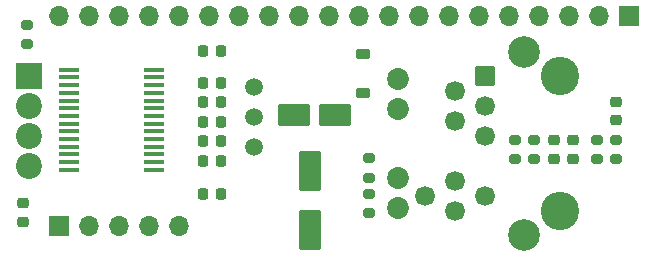
<source format=gbs>
%TF.GenerationSoftware,KiCad,Pcbnew,8.0.0*%
%TF.CreationDate,2024-03-13T21:01:22-04:00*%
%TF.ProjectId,pico-ethernet,7069636f-2d65-4746-9865-726e65742e6b,rev?*%
%TF.SameCoordinates,Original*%
%TF.FileFunction,Soldermask,Bot*%
%TF.FilePolarity,Negative*%
%FSLAX46Y46*%
G04 Gerber Fmt 4.6, Leading zero omitted, Abs format (unit mm)*
G04 Created by KiCad (PCBNEW 8.0.0) date 2024-03-13 21:01:22*
%MOMM*%
%LPD*%
G01*
G04 APERTURE LIST*
G04 Aperture macros list*
%AMRoundRect*
0 Rectangle with rounded corners*
0 $1 Rounding radius*
0 $2 $3 $4 $5 $6 $7 $8 $9 X,Y pos of 4 corners*
0 Add a 4 corners polygon primitive as box body*
4,1,4,$2,$3,$4,$5,$6,$7,$8,$9,$2,$3,0*
0 Add four circle primitives for the rounded corners*
1,1,$1+$1,$2,$3*
1,1,$1+$1,$4,$5*
1,1,$1+$1,$6,$7*
1,1,$1+$1,$8,$9*
0 Add four rect primitives between the rounded corners*
20,1,$1+$1,$2,$3,$4,$5,0*
20,1,$1+$1,$4,$5,$6,$7,0*
20,1,$1+$1,$6,$7,$8,$9,0*
20,1,$1+$1,$8,$9,$2,$3,0*%
G04 Aperture macros list end*
%ADD10R,2.200000X2.200000*%
%ADD11C,2.200000*%
%ADD12C,3.250000*%
%ADD13RoundRect,0.102000X0.739000X-0.739000X0.739000X0.739000X-0.739000X0.739000X-0.739000X-0.739000X0*%
%ADD14C,1.682000*%
%ADD15C,1.854000*%
%ADD16C,2.679000*%
%ADD17C,1.498600*%
%ADD18RoundRect,0.225000X-0.225000X-0.250000X0.225000X-0.250000X0.225000X0.250000X-0.225000X0.250000X0*%
%ADD19R,1.700000X1.700000*%
%ADD20O,1.700000X1.700000*%
%ADD21RoundRect,0.225000X0.225000X0.250000X-0.225000X0.250000X-0.225000X-0.250000X0.225000X-0.250000X0*%
%ADD22RoundRect,0.200000X0.275000X-0.200000X0.275000X0.200000X-0.275000X0.200000X-0.275000X-0.200000X0*%
%ADD23RoundRect,0.225000X0.250000X-0.225000X0.250000X0.225000X-0.250000X0.225000X-0.250000X-0.225000X0*%
%ADD24RoundRect,0.200000X-0.275000X0.200000X-0.275000X-0.200000X0.275000X-0.200000X0.275000X0.200000X0*%
%ADD25RoundRect,0.225000X-0.250000X0.225000X-0.250000X-0.225000X0.250000X-0.225000X0.250000X0.225000X0*%
%ADD26RoundRect,0.225000X-0.375000X0.225000X-0.375000X-0.225000X0.375000X-0.225000X0.375000X0.225000X0*%
%ADD27RoundRect,0.102000X-1.250000X-0.800000X1.250000X-0.800000X1.250000X0.800000X-1.250000X0.800000X0*%
%ADD28R,1.750000X0.450000*%
%ADD29RoundRect,0.102000X0.800000X-1.600000X0.800000X1.600000X-0.800000X1.600000X-0.800000X-1.600000X0*%
G04 APERTURE END LIST*
D10*
%TO.C,J5*%
X142195000Y-116185000D03*
D11*
X142195000Y-118725000D03*
X142195000Y-121265000D03*
X142195000Y-123805000D03*
%TD*%
D12*
%TO.C,J4*%
X187200000Y-127635000D03*
X187200000Y-116205000D03*
D13*
X180850000Y-116205000D03*
D14*
X178310000Y-117475000D03*
X180850000Y-118745000D03*
X178310000Y-120015000D03*
X180850000Y-121285000D03*
X178310000Y-125095000D03*
X180850000Y-126365000D03*
X178310000Y-127635000D03*
X175770000Y-126365000D03*
D15*
X173480000Y-127385000D03*
X173480000Y-118995000D03*
X173480000Y-124845000D03*
X173480000Y-116455000D03*
D16*
X184150000Y-129665000D03*
X184150000Y-114175000D03*
%TD*%
D17*
%TO.C,J3*%
X161250000Y-122250000D03*
X161250000Y-119710000D03*
X161250000Y-117170000D03*
%TD*%
D18*
%TO.C,C10*%
X156975000Y-123356000D03*
X158525000Y-123356000D03*
%TD*%
D19*
%TO.C,J2*%
X144740000Y-128905000D03*
D20*
X147280000Y-128905000D03*
X149820000Y-128905000D03*
X152360000Y-128905000D03*
X154900000Y-128905000D03*
%TD*%
D21*
%TO.C,C5*%
X158525000Y-120056000D03*
X156975000Y-120056000D03*
%TD*%
D22*
%TO.C,R2*%
X190310000Y-123253000D03*
X190310000Y-121603000D03*
%TD*%
D23*
%TO.C,C7*%
X191910000Y-119956000D03*
X191910000Y-118406000D03*
%TD*%
D24*
%TO.C,R5*%
X183388000Y-121603000D03*
X183388000Y-123253000D03*
%TD*%
D25*
%TO.C,C9*%
X141710000Y-126981000D03*
X141710000Y-128531000D03*
%TD*%
D26*
%TO.C,D1*%
X170500000Y-114350000D03*
X170500000Y-117650000D03*
%TD*%
D21*
%TO.C,C12*%
X158525000Y-114050000D03*
X156975000Y-114050000D03*
%TD*%
D18*
%TO.C,C4*%
X156960000Y-116756000D03*
X158510000Y-116756000D03*
%TD*%
D27*
%TO.C,C1*%
X164637500Y-119500000D03*
X168137500Y-119500000D03*
%TD*%
D18*
%TO.C,C3*%
X156960000Y-126156000D03*
X158510000Y-126156000D03*
%TD*%
D22*
%TO.C,R6*%
X171000000Y-124825000D03*
X171000000Y-123175000D03*
%TD*%
D19*
%TO.C,J1*%
X193040000Y-111125000D03*
D20*
X190500000Y-111125000D03*
X187960000Y-111125000D03*
X185420000Y-111125000D03*
X182880000Y-111125000D03*
X180340000Y-111125000D03*
X177800000Y-111125000D03*
X175260000Y-111125000D03*
X172720000Y-111125000D03*
X170180000Y-111125000D03*
X167640000Y-111125000D03*
X165100000Y-111125000D03*
X162560000Y-111125000D03*
X160020000Y-111125000D03*
X157480000Y-111125000D03*
X154940000Y-111125000D03*
X152400000Y-111125000D03*
X149860000Y-111125000D03*
X147320000Y-111125000D03*
X144780000Y-111125000D03*
%TD*%
D22*
%TO.C,R3*%
X191910000Y-123253000D03*
X191910000Y-121603000D03*
%TD*%
D25*
%TO.C,FB1*%
X186669332Y-121653000D03*
X186669332Y-123203000D03*
%TD*%
D24*
%TO.C,R4*%
X185028666Y-121603000D03*
X185028666Y-123253000D03*
%TD*%
D18*
%TO.C,C11*%
X156975000Y-118406000D03*
X158525000Y-118406000D03*
%TD*%
D23*
%TO.C,C8*%
X188310000Y-123203000D03*
X188310000Y-121653000D03*
%TD*%
D28*
%TO.C,U1*%
X145600000Y-124125000D03*
X145600000Y-123475000D03*
X145600000Y-122825000D03*
X145600000Y-122175000D03*
X145600000Y-121525000D03*
X145600000Y-120875000D03*
X145600000Y-120225000D03*
X145600000Y-119575000D03*
X145600000Y-118925000D03*
X145600000Y-118275000D03*
X145600000Y-117625000D03*
X145600000Y-116975000D03*
X145600000Y-116325000D03*
X145600000Y-115675000D03*
X152800000Y-115675000D03*
X152800000Y-116325000D03*
X152800000Y-116975000D03*
X152800000Y-117625000D03*
X152800000Y-118275000D03*
X152800000Y-118925000D03*
X152800000Y-119575000D03*
X152800000Y-120225000D03*
X152800000Y-120875000D03*
X152800000Y-121525000D03*
X152800000Y-122175000D03*
X152800000Y-122825000D03*
X152800000Y-123475000D03*
X152800000Y-124125000D03*
%TD*%
D24*
%TO.C,R7*%
X171000000Y-126175000D03*
X171000000Y-127825000D03*
%TD*%
D29*
%TO.C,C2*%
X166000000Y-129250000D03*
X166000000Y-124250000D03*
%TD*%
D21*
%TO.C,C6*%
X158525000Y-121706000D03*
X156975000Y-121706000D03*
%TD*%
D22*
%TO.C,R1*%
X142100000Y-113525000D03*
X142100000Y-111875000D03*
%TD*%
M02*

</source>
